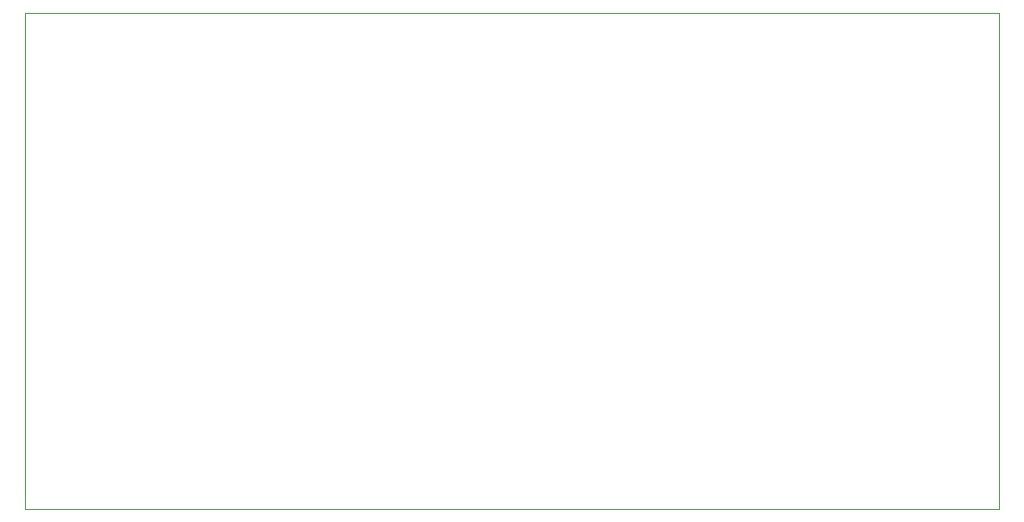
<source format=gbr>
%TF.GenerationSoftware,KiCad,Pcbnew,7.0.10*%
%TF.CreationDate,2024-01-14T13:48:43-05:00*%
%TF.ProjectId,esp32-wroom,65737033-322d-4777-926f-6f6d2e6b6963,rev?*%
%TF.SameCoordinates,Original*%
%TF.FileFunction,Profile,NP*%
%FSLAX46Y46*%
G04 Gerber Fmt 4.6, Leading zero omitted, Abs format (unit mm)*
G04 Created by KiCad (PCBNEW 7.0.10) date 2024-01-14 13:48:43*
%MOMM*%
%LPD*%
G01*
G04 APERTURE LIST*
%TA.AperFunction,Profile*%
%ADD10C,0.100000*%
%TD*%
G04 APERTURE END LIST*
D10*
X79502000Y-58420000D02*
X168656000Y-58420000D01*
X168656000Y-103886000D01*
X79502000Y-103886000D01*
X79502000Y-58420000D01*
M02*

</source>
